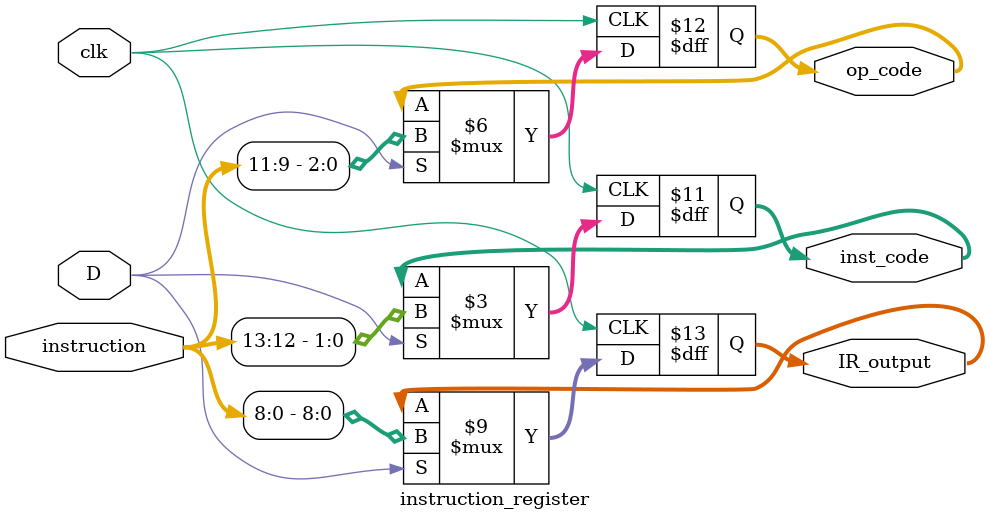
<source format=v>
module instruction_register(
	input clk, D,
	input [13:0] instruction,
	output reg [1:0] inst_code,
	output reg [2:0] op_code,
	output reg [8:0] IR_output
);
	always@(posedge clk) 
		begin
			if(D) begin
				IR_output = instruction[8:0];
				op_code = instruction[11:9];
				inst_code = instruction[13:12];
			end
		end
endmodule	
</source>
